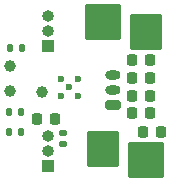
<source format=gbs>
G04 #@! TF.GenerationSoftware,KiCad,Pcbnew,8.0.7-8.0.7-0~ubuntu24.04.1*
G04 #@! TF.CreationDate,2024-12-30T22:58:19-07:00*
G04 #@! TF.ProjectId,DRV8311 Motor Driver,44525638-3331-4312-904d-6f746f722044,V1*
G04 #@! TF.SameCoordinates,Original*
G04 #@! TF.FileFunction,Soldermask,Bot*
G04 #@! TF.FilePolarity,Negative*
%FSLAX46Y46*%
G04 Gerber Fmt 4.6, Leading zero omitted, Abs format (unit mm)*
G04 Created by KiCad (PCBNEW 8.0.7-8.0.7-0~ubuntu24.04.1) date 2024-12-30 22:58:19*
%MOMM*%
%LPD*%
G01*
G04 APERTURE LIST*
G04 Aperture macros list*
%AMRoundRect*
0 Rectangle with rounded corners*
0 $1 Rounding radius*
0 $2 $3 $4 $5 $6 $7 $8 $9 X,Y pos of 4 corners*
0 Add a 4 corners polygon primitive as box body*
4,1,4,$2,$3,$4,$5,$6,$7,$8,$9,$2,$3,0*
0 Add four circle primitives for the rounded corners*
1,1,$1+$1,$2,$3*
1,1,$1+$1,$4,$5*
1,1,$1+$1,$6,$7*
1,1,$1+$1,$8,$9*
0 Add four rect primitives between the rounded corners*
20,1,$1+$1,$2,$3,$4,$5,0*
20,1,$1+$1,$4,$5,$6,$7,0*
20,1,$1+$1,$6,$7,$8,$9,0*
20,1,$1+$1,$8,$9,$2,$3,0*%
G04 Aperture macros list end*
%ADD10RoundRect,0.200000X0.450000X-0.200000X0.450000X0.200000X-0.450000X0.200000X-0.450000X-0.200000X0*%
%ADD11O,1.300000X0.800000*%
%ADD12C,0.600000*%
%ADD13R,1.000000X1.000000*%
%ADD14O,1.000000X1.000000*%
%ADD15RoundRect,0.135000X-0.135000X-0.185000X0.135000X-0.185000X0.135000X0.185000X-0.135000X0.185000X0*%
%ADD16RoundRect,0.100000X1.250000X1.400000X-1.250000X1.400000X-1.250000X-1.400000X1.250000X-1.400000X0*%
%ADD17RoundRect,0.100000X-1.250000X-1.400000X1.250000X-1.400000X1.250000X1.400000X-1.250000X1.400000X0*%
%ADD18C,1.000000*%
%ADD19RoundRect,0.225000X0.225000X0.250000X-0.225000X0.250000X-0.225000X-0.250000X0.225000X-0.250000X0*%
%ADD20RoundRect,0.140000X-0.170000X0.140000X-0.170000X-0.140000X0.170000X-0.140000X0.170000X0.140000X0*%
%ADD21RoundRect,0.102000X1.400000X1.400000X-1.400000X1.400000X-1.400000X-1.400000X1.400000X-1.400000X0*%
%ADD22RoundRect,0.102000X-1.400000X-1.400000X1.400000X-1.400000X1.400000X1.400000X-1.400000X1.400000X0*%
%ADD23RoundRect,0.135000X0.135000X0.185000X-0.135000X0.185000X-0.135000X-0.185000X0.135000X-0.185000X0*%
G04 APERTURE END LIST*
D10*
G04 #@! TO.C,J4*
X173800000Y-102900000D03*
D11*
X173800000Y-101650000D03*
X173800000Y-100400000D03*
G04 #@! TD*
D12*
G04 #@! TO.C,U1*
X169434998Y-102130000D03*
X170835000Y-102130000D03*
X170134999Y-101404599D03*
X169434998Y-100729998D03*
X170835000Y-100729998D03*
G04 #@! TD*
D13*
G04 #@! TO.C,J2*
X168300000Y-97900000D03*
D14*
X168300000Y-96630000D03*
X168300000Y-95360000D03*
G04 #@! TD*
D13*
G04 #@! TO.C,J1*
X168300000Y-108050000D03*
D14*
X168300000Y-106780000D03*
X168300000Y-105510000D03*
G04 #@! TD*
D15*
G04 #@! TO.C,R1*
X165015000Y-105200000D03*
X166035000Y-105200000D03*
G04 #@! TD*
D16*
G04 #@! TO.C,J10*
X176650000Y-96750000D03*
G04 #@! TD*
D17*
G04 #@! TO.C,J5*
X172950000Y-106600000D03*
G04 #@! TD*
D18*
G04 #@! TO.C,TP5*
X165100000Y-101700000D03*
G04 #@! TD*
D19*
G04 #@! TO.C,C4*
X176975000Y-99100000D03*
X175425000Y-99100000D03*
G04 #@! TD*
G04 #@! TO.C,C9*
X176975000Y-103600000D03*
X175425000Y-103600000D03*
G04 #@! TD*
D20*
G04 #@! TO.C,C3*
X169550000Y-105270000D03*
X169550000Y-106230000D03*
G04 #@! TD*
D19*
G04 #@! TO.C,C10*
X177875000Y-105200000D03*
X176325000Y-105200000D03*
G04 #@! TD*
D18*
G04 #@! TO.C,TP3*
X167800000Y-101800000D03*
G04 #@! TD*
D21*
G04 #@! TO.C,J3*
X176650000Y-107550000D03*
G04 #@! TD*
D19*
G04 #@! TO.C,C8*
X176975000Y-100600000D03*
X175425000Y-100600000D03*
G04 #@! TD*
D22*
G04 #@! TO.C,J11*
X172950000Y-95850000D03*
G04 #@! TD*
D15*
G04 #@! TO.C,R3*
X165090000Y-98100000D03*
X166110000Y-98100000D03*
G04 #@! TD*
D19*
G04 #@! TO.C,C2*
X168925000Y-104050000D03*
X167375000Y-104050000D03*
G04 #@! TD*
D18*
G04 #@! TO.C,TP4*
X165100000Y-99600000D03*
G04 #@! TD*
D19*
G04 #@! TO.C,C5*
X176975000Y-102100000D03*
X175425000Y-102100000D03*
G04 #@! TD*
D23*
G04 #@! TO.C,R2*
X166010000Y-103500000D03*
X164990000Y-103500000D03*
G04 #@! TD*
M02*

</source>
